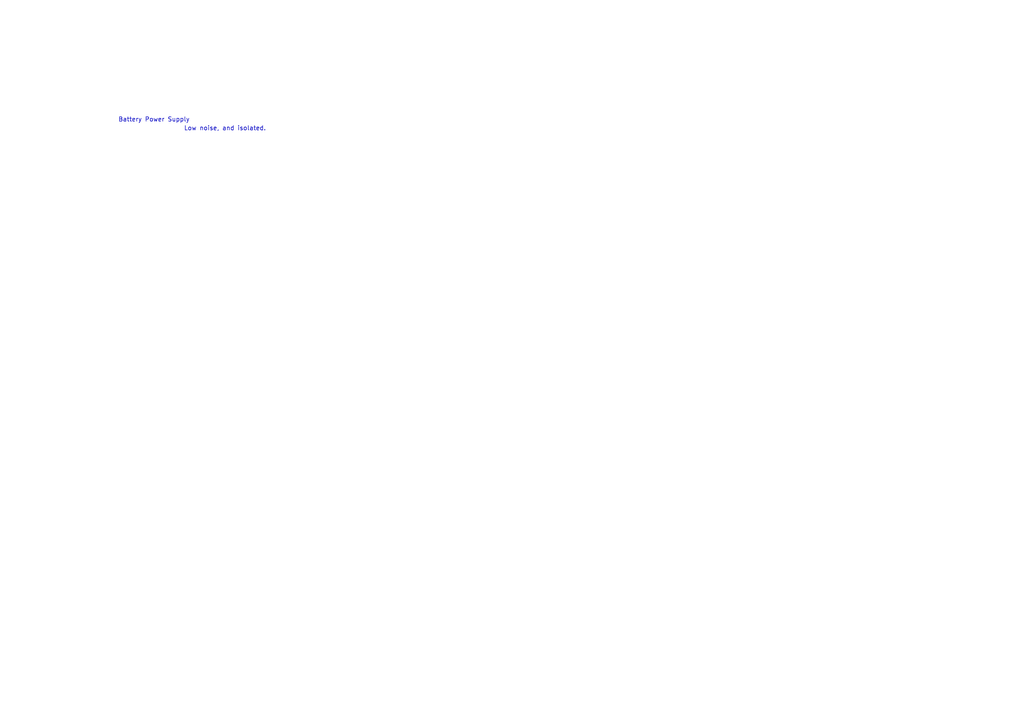
<source format=kicad_sch>
(kicad_sch (version 20211123) (generator eeschema)
  (paper "A4")
  (title_block (title "Open Nano Amp Meter") (date "2022-11-17") (rev "0.9"))
  (lib_symbols)
  (text "Battery Power Supply" (at 34.29 35.56 0) (effects (font (size 1.27 1.27)) (justify left bottom)))
  (text "Low noise, and isolated." (at 53.34 38.1 0) (effects (font (size 1.27 1.27)) (justify left bottom)))
)
</source>
